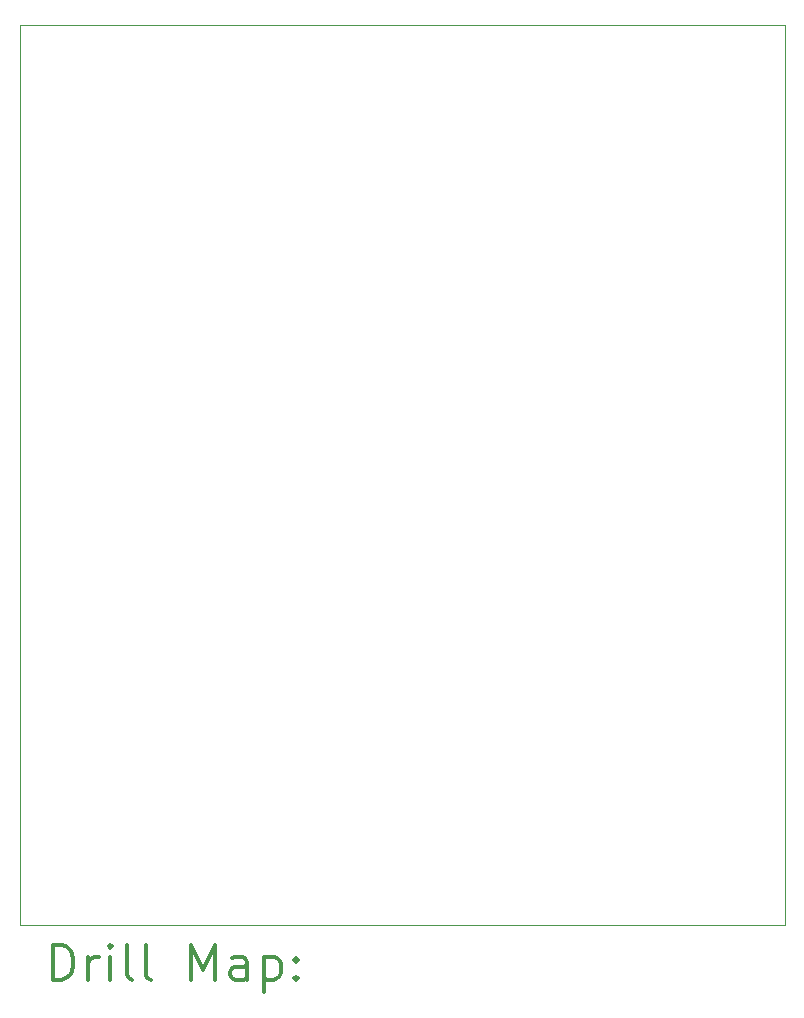
<source format=gbr>
%FSLAX45Y45*%
G04 Gerber Fmt 4.5, Leading zero omitted, Abs format (unit mm)*
G04 Created by KiCad (PCBNEW 5.0.1-33cea8e~68~ubuntu18.04.1) date Mon 19 Nov 2018 05:19:51 PM PST*
%MOMM*%
%LPD*%
G01*
G04 APERTURE LIST*
%ADD10C,0.100000*%
%ADD11C,0.200000*%
%ADD12C,0.300000*%
G04 APERTURE END LIST*
D10*
X23749000Y-6477000D02*
X17272000Y-6477000D01*
X23749000Y-14097000D02*
X23749000Y-6477000D01*
X17272000Y-14097000D02*
X23749000Y-14097000D01*
X17272000Y-6477000D02*
X17272000Y-14097000D01*
D11*
D12*
X17553428Y-14567714D02*
X17553428Y-14267714D01*
X17624857Y-14267714D01*
X17667714Y-14282000D01*
X17696286Y-14310571D01*
X17710571Y-14339143D01*
X17724857Y-14396286D01*
X17724857Y-14439143D01*
X17710571Y-14496286D01*
X17696286Y-14524857D01*
X17667714Y-14553429D01*
X17624857Y-14567714D01*
X17553428Y-14567714D01*
X17853428Y-14567714D02*
X17853428Y-14367714D01*
X17853428Y-14424857D02*
X17867714Y-14396286D01*
X17882000Y-14382000D01*
X17910571Y-14367714D01*
X17939143Y-14367714D01*
X18039143Y-14567714D02*
X18039143Y-14367714D01*
X18039143Y-14267714D02*
X18024857Y-14282000D01*
X18039143Y-14296286D01*
X18053428Y-14282000D01*
X18039143Y-14267714D01*
X18039143Y-14296286D01*
X18224857Y-14567714D02*
X18196286Y-14553429D01*
X18182000Y-14524857D01*
X18182000Y-14267714D01*
X18382000Y-14567714D02*
X18353428Y-14553429D01*
X18339143Y-14524857D01*
X18339143Y-14267714D01*
X18724857Y-14567714D02*
X18724857Y-14267714D01*
X18824857Y-14482000D01*
X18924857Y-14267714D01*
X18924857Y-14567714D01*
X19196286Y-14567714D02*
X19196286Y-14410571D01*
X19182000Y-14382000D01*
X19153428Y-14367714D01*
X19096286Y-14367714D01*
X19067714Y-14382000D01*
X19196286Y-14553429D02*
X19167714Y-14567714D01*
X19096286Y-14567714D01*
X19067714Y-14553429D01*
X19053428Y-14524857D01*
X19053428Y-14496286D01*
X19067714Y-14467714D01*
X19096286Y-14453429D01*
X19167714Y-14453429D01*
X19196286Y-14439143D01*
X19339143Y-14367714D02*
X19339143Y-14667714D01*
X19339143Y-14382000D02*
X19367714Y-14367714D01*
X19424857Y-14367714D01*
X19453428Y-14382000D01*
X19467714Y-14396286D01*
X19482000Y-14424857D01*
X19482000Y-14510571D01*
X19467714Y-14539143D01*
X19453428Y-14553429D01*
X19424857Y-14567714D01*
X19367714Y-14567714D01*
X19339143Y-14553429D01*
X19610571Y-14539143D02*
X19624857Y-14553429D01*
X19610571Y-14567714D01*
X19596286Y-14553429D01*
X19610571Y-14539143D01*
X19610571Y-14567714D01*
X19610571Y-14382000D02*
X19624857Y-14396286D01*
X19610571Y-14410571D01*
X19596286Y-14396286D01*
X19610571Y-14382000D01*
X19610571Y-14410571D01*
M02*

</source>
